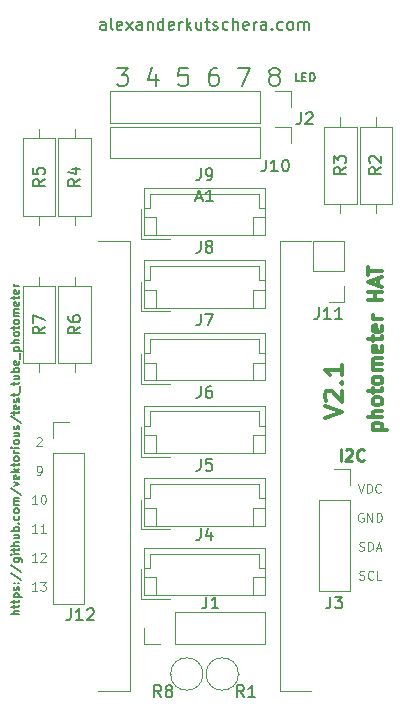
<source format=gbr>
G04 #@! TF.GenerationSoftware,KiCad,Pcbnew,(5.0.0-3-g5ebb6b6)*
G04 #@! TF.CreationDate,2019-03-28T22:34:17+01:00*
G04 #@! TF.ProjectId,tt_nano_HAT_b2,74745F6E616E6F5F4841545F62322E6B,rev?*
G04 #@! TF.SameCoordinates,Original*
G04 #@! TF.FileFunction,Legend,Top*
G04 #@! TF.FilePolarity,Positive*
%FSLAX46Y46*%
G04 Gerber Fmt 4.6, Leading zero omitted, Abs format (unit mm)*
G04 Created by KiCad (PCBNEW (5.0.0-3-g5ebb6b6)) date Thursday, 28. March 2019 um 22:34:17*
%MOMM*%
%LPD*%
G01*
G04 APERTURE LIST*
%ADD10C,0.300000*%
%ADD11C,0.175000*%
%ADD12C,0.100000*%
%ADD13C,0.200000*%
%ADD14C,0.250000*%
%ADD15C,0.120000*%
%ADD16C,0.150000*%
G04 APERTURE END LIST*
D10*
X160678571Y-67285714D02*
X162178571Y-66785714D01*
X160678571Y-66285714D01*
X160821428Y-65857142D02*
X160750000Y-65785714D01*
X160678571Y-65642857D01*
X160678571Y-65285714D01*
X160750000Y-65142857D01*
X160821428Y-65071428D01*
X160964285Y-65000000D01*
X161107142Y-65000000D01*
X161321428Y-65071428D01*
X162178571Y-65928571D01*
X162178571Y-65000000D01*
X162035714Y-64357142D02*
X162107142Y-64285714D01*
X162178571Y-64357142D01*
X162107142Y-64428571D01*
X162035714Y-64357142D01*
X162178571Y-64357142D01*
X162178571Y-62857142D02*
X162178571Y-63714285D01*
X162178571Y-63285714D02*
X160678571Y-63285714D01*
X160892857Y-63428571D01*
X161035714Y-63571428D01*
X161107142Y-63714285D01*
D11*
X158550000Y-38816666D02*
X158216666Y-38816666D01*
X158216666Y-38116666D01*
X158783333Y-38450000D02*
X159016666Y-38450000D01*
X159116666Y-38816666D02*
X158783333Y-38816666D01*
X158783333Y-38116666D01*
X159116666Y-38116666D01*
X159416666Y-38816666D02*
X159416666Y-38116666D01*
X159583333Y-38116666D01*
X159683333Y-38150000D01*
X159750000Y-38216666D01*
X159783333Y-38283333D01*
X159816666Y-38416666D01*
X159816666Y-38516666D01*
X159783333Y-38650000D01*
X159750000Y-38716666D01*
X159683333Y-38783333D01*
X159583333Y-38816666D01*
X159416666Y-38816666D01*
D12*
X136285714Y-69015714D02*
X136321428Y-68980000D01*
X136392857Y-68944285D01*
X136571428Y-68944285D01*
X136642857Y-68980000D01*
X136678571Y-69015714D01*
X136714285Y-69087142D01*
X136714285Y-69158571D01*
X136678571Y-69265714D01*
X136250000Y-69694285D01*
X136714285Y-69694285D01*
X136357142Y-72144285D02*
X136500000Y-72144285D01*
X136571428Y-72108571D01*
X136607142Y-72072857D01*
X136678571Y-71965714D01*
X136714285Y-71822857D01*
X136714285Y-71537142D01*
X136678571Y-71465714D01*
X136642857Y-71430000D01*
X136571428Y-71394285D01*
X136428571Y-71394285D01*
X136357142Y-71430000D01*
X136321428Y-71465714D01*
X136285714Y-71537142D01*
X136285714Y-71715714D01*
X136321428Y-71787142D01*
X136357142Y-71822857D01*
X136428571Y-71858571D01*
X136571428Y-71858571D01*
X136642857Y-71822857D01*
X136678571Y-71787142D01*
X136714285Y-71715714D01*
X136357142Y-74594285D02*
X135928571Y-74594285D01*
X136142857Y-74594285D02*
X136142857Y-73844285D01*
X136071428Y-73951428D01*
X136000000Y-74022857D01*
X135928571Y-74058571D01*
X136821428Y-73844285D02*
X136892857Y-73844285D01*
X136964285Y-73880000D01*
X137000000Y-73915714D01*
X137035714Y-73987142D01*
X137071428Y-74130000D01*
X137071428Y-74308571D01*
X137035714Y-74451428D01*
X137000000Y-74522857D01*
X136964285Y-74558571D01*
X136892857Y-74594285D01*
X136821428Y-74594285D01*
X136750000Y-74558571D01*
X136714285Y-74522857D01*
X136678571Y-74451428D01*
X136642857Y-74308571D01*
X136642857Y-74130000D01*
X136678571Y-73987142D01*
X136714285Y-73915714D01*
X136750000Y-73880000D01*
X136821428Y-73844285D01*
X136357142Y-77044285D02*
X135928571Y-77044285D01*
X136142857Y-77044285D02*
X136142857Y-76294285D01*
X136071428Y-76401428D01*
X136000000Y-76472857D01*
X135928571Y-76508571D01*
X137071428Y-77044285D02*
X136642857Y-77044285D01*
X136857142Y-77044285D02*
X136857142Y-76294285D01*
X136785714Y-76401428D01*
X136714285Y-76472857D01*
X136642857Y-76508571D01*
X136357142Y-79494285D02*
X135928571Y-79494285D01*
X136142857Y-79494285D02*
X136142857Y-78744285D01*
X136071428Y-78851428D01*
X136000000Y-78922857D01*
X135928571Y-78958571D01*
X136642857Y-78815714D02*
X136678571Y-78780000D01*
X136750000Y-78744285D01*
X136928571Y-78744285D01*
X137000000Y-78780000D01*
X137035714Y-78815714D01*
X137071428Y-78887142D01*
X137071428Y-78958571D01*
X137035714Y-79065714D01*
X136607142Y-79494285D01*
X137071428Y-79494285D01*
X136357142Y-81944285D02*
X135928571Y-81944285D01*
X136142857Y-81944285D02*
X136142857Y-81194285D01*
X136071428Y-81301428D01*
X136000000Y-81372857D01*
X135928571Y-81408571D01*
X136607142Y-81194285D02*
X137071428Y-81194285D01*
X136821428Y-81480000D01*
X136928571Y-81480000D01*
X137000000Y-81515714D01*
X137035714Y-81551428D01*
X137071428Y-81622857D01*
X137071428Y-81801428D01*
X137035714Y-81872857D01*
X137000000Y-81908571D01*
X136928571Y-81944285D01*
X136714285Y-81944285D01*
X136642857Y-81908571D01*
X136607142Y-81872857D01*
D11*
X134816666Y-83933333D02*
X134116666Y-83933333D01*
X134816666Y-83633333D02*
X134450000Y-83633333D01*
X134383333Y-83666666D01*
X134350000Y-83733333D01*
X134350000Y-83833333D01*
X134383333Y-83900000D01*
X134416666Y-83933333D01*
X134350000Y-83400000D02*
X134350000Y-83133333D01*
X134116666Y-83300000D02*
X134716666Y-83300000D01*
X134783333Y-83266666D01*
X134816666Y-83200000D01*
X134816666Y-83133333D01*
X134350000Y-83000000D02*
X134350000Y-82733333D01*
X134116666Y-82900000D02*
X134716666Y-82900000D01*
X134783333Y-82866666D01*
X134816666Y-82800000D01*
X134816666Y-82733333D01*
X134350000Y-82500000D02*
X135050000Y-82500000D01*
X134383333Y-82500000D02*
X134350000Y-82433333D01*
X134350000Y-82300000D01*
X134383333Y-82233333D01*
X134416666Y-82200000D01*
X134483333Y-82166666D01*
X134683333Y-82166666D01*
X134750000Y-82200000D01*
X134783333Y-82233333D01*
X134816666Y-82300000D01*
X134816666Y-82433333D01*
X134783333Y-82500000D01*
X134783333Y-81900000D02*
X134816666Y-81833333D01*
X134816666Y-81700000D01*
X134783333Y-81633333D01*
X134716666Y-81600000D01*
X134683333Y-81600000D01*
X134616666Y-81633333D01*
X134583333Y-81700000D01*
X134583333Y-81800000D01*
X134550000Y-81866666D01*
X134483333Y-81900000D01*
X134450000Y-81900000D01*
X134383333Y-81866666D01*
X134350000Y-81800000D01*
X134350000Y-81700000D01*
X134383333Y-81633333D01*
X134750000Y-81300000D02*
X134783333Y-81266666D01*
X134816666Y-81300000D01*
X134783333Y-81333333D01*
X134750000Y-81300000D01*
X134816666Y-81300000D01*
X134383333Y-81300000D02*
X134416666Y-81266666D01*
X134450000Y-81300000D01*
X134416666Y-81333333D01*
X134383333Y-81300000D01*
X134450000Y-81300000D01*
X134083333Y-80466666D02*
X134983333Y-81066666D01*
X134083333Y-79733333D02*
X134983333Y-80333333D01*
X134350000Y-79200000D02*
X134916666Y-79200000D01*
X134983333Y-79233333D01*
X135016666Y-79266666D01*
X135050000Y-79333333D01*
X135050000Y-79433333D01*
X135016666Y-79500000D01*
X134783333Y-79200000D02*
X134816666Y-79266666D01*
X134816666Y-79400000D01*
X134783333Y-79466666D01*
X134750000Y-79500000D01*
X134683333Y-79533333D01*
X134483333Y-79533333D01*
X134416666Y-79500000D01*
X134383333Y-79466666D01*
X134350000Y-79400000D01*
X134350000Y-79266666D01*
X134383333Y-79200000D01*
X134816666Y-78866666D02*
X134350000Y-78866666D01*
X134116666Y-78866666D02*
X134150000Y-78900000D01*
X134183333Y-78866666D01*
X134150000Y-78833333D01*
X134116666Y-78866666D01*
X134183333Y-78866666D01*
X134350000Y-78633333D02*
X134350000Y-78366666D01*
X134116666Y-78533333D02*
X134716666Y-78533333D01*
X134783333Y-78500000D01*
X134816666Y-78433333D01*
X134816666Y-78366666D01*
X134816666Y-78133333D02*
X134116666Y-78133333D01*
X134816666Y-77833333D02*
X134450000Y-77833333D01*
X134383333Y-77866666D01*
X134350000Y-77933333D01*
X134350000Y-78033333D01*
X134383333Y-78100000D01*
X134416666Y-78133333D01*
X134350000Y-77200000D02*
X134816666Y-77200000D01*
X134350000Y-77500000D02*
X134716666Y-77500000D01*
X134783333Y-77466666D01*
X134816666Y-77400000D01*
X134816666Y-77300000D01*
X134783333Y-77233333D01*
X134750000Y-77200000D01*
X134816666Y-76866666D02*
X134116666Y-76866666D01*
X134383333Y-76866666D02*
X134350000Y-76800000D01*
X134350000Y-76666666D01*
X134383333Y-76600000D01*
X134416666Y-76566666D01*
X134483333Y-76533333D01*
X134683333Y-76533333D01*
X134750000Y-76566666D01*
X134783333Y-76600000D01*
X134816666Y-76666666D01*
X134816666Y-76800000D01*
X134783333Y-76866666D01*
X134750000Y-76233333D02*
X134783333Y-76200000D01*
X134816666Y-76233333D01*
X134783333Y-76266666D01*
X134750000Y-76233333D01*
X134816666Y-76233333D01*
X134783333Y-75600000D02*
X134816666Y-75666666D01*
X134816666Y-75800000D01*
X134783333Y-75866666D01*
X134750000Y-75900000D01*
X134683333Y-75933333D01*
X134483333Y-75933333D01*
X134416666Y-75900000D01*
X134383333Y-75866666D01*
X134350000Y-75800000D01*
X134350000Y-75666666D01*
X134383333Y-75600000D01*
X134816666Y-75200000D02*
X134783333Y-75266666D01*
X134750000Y-75300000D01*
X134683333Y-75333333D01*
X134483333Y-75333333D01*
X134416666Y-75300000D01*
X134383333Y-75266666D01*
X134350000Y-75200000D01*
X134350000Y-75100000D01*
X134383333Y-75033333D01*
X134416666Y-75000000D01*
X134483333Y-74966666D01*
X134683333Y-74966666D01*
X134750000Y-75000000D01*
X134783333Y-75033333D01*
X134816666Y-75100000D01*
X134816666Y-75200000D01*
X134816666Y-74666666D02*
X134350000Y-74666666D01*
X134416666Y-74666666D02*
X134383333Y-74633333D01*
X134350000Y-74566666D01*
X134350000Y-74466666D01*
X134383333Y-74400000D01*
X134450000Y-74366666D01*
X134816666Y-74366666D01*
X134450000Y-74366666D02*
X134383333Y-74333333D01*
X134350000Y-74266666D01*
X134350000Y-74166666D01*
X134383333Y-74100000D01*
X134450000Y-74066666D01*
X134816666Y-74066666D01*
X134083333Y-73233333D02*
X134983333Y-73833333D01*
X134350000Y-73066666D02*
X134816666Y-72900000D01*
X134350000Y-72733333D01*
X134783333Y-72200000D02*
X134816666Y-72266666D01*
X134816666Y-72400000D01*
X134783333Y-72466666D01*
X134716666Y-72500000D01*
X134450000Y-72500000D01*
X134383333Y-72466666D01*
X134350000Y-72400000D01*
X134350000Y-72266666D01*
X134383333Y-72200000D01*
X134450000Y-72166666D01*
X134516666Y-72166666D01*
X134583333Y-72500000D01*
X134816666Y-71866666D02*
X134116666Y-71866666D01*
X134550000Y-71800000D02*
X134816666Y-71600000D01*
X134350000Y-71600000D02*
X134616666Y-71866666D01*
X134350000Y-71400000D02*
X134350000Y-71133333D01*
X134116666Y-71300000D02*
X134716666Y-71300000D01*
X134783333Y-71266666D01*
X134816666Y-71200000D01*
X134816666Y-71133333D01*
X134816666Y-70800000D02*
X134783333Y-70866666D01*
X134750000Y-70900000D01*
X134683333Y-70933333D01*
X134483333Y-70933333D01*
X134416666Y-70900000D01*
X134383333Y-70866666D01*
X134350000Y-70800000D01*
X134350000Y-70700000D01*
X134383333Y-70633333D01*
X134416666Y-70600000D01*
X134483333Y-70566666D01*
X134683333Y-70566666D01*
X134750000Y-70600000D01*
X134783333Y-70633333D01*
X134816666Y-70700000D01*
X134816666Y-70800000D01*
X134816666Y-70266666D02*
X134350000Y-70266666D01*
X134483333Y-70266666D02*
X134416666Y-70233333D01*
X134383333Y-70200000D01*
X134350000Y-70133333D01*
X134350000Y-70066666D01*
X134816666Y-69833333D02*
X134350000Y-69833333D01*
X134116666Y-69833333D02*
X134150000Y-69866666D01*
X134183333Y-69833333D01*
X134150000Y-69800000D01*
X134116666Y-69833333D01*
X134183333Y-69833333D01*
X134816666Y-69400000D02*
X134783333Y-69466666D01*
X134750000Y-69500000D01*
X134683333Y-69533333D01*
X134483333Y-69533333D01*
X134416666Y-69500000D01*
X134383333Y-69466666D01*
X134350000Y-69400000D01*
X134350000Y-69300000D01*
X134383333Y-69233333D01*
X134416666Y-69200000D01*
X134483333Y-69166666D01*
X134683333Y-69166666D01*
X134750000Y-69200000D01*
X134783333Y-69233333D01*
X134816666Y-69300000D01*
X134816666Y-69400000D01*
X134350000Y-68566666D02*
X134816666Y-68566666D01*
X134350000Y-68866666D02*
X134716666Y-68866666D01*
X134783333Y-68833333D01*
X134816666Y-68766666D01*
X134816666Y-68666666D01*
X134783333Y-68600000D01*
X134750000Y-68566666D01*
X134783333Y-68266666D02*
X134816666Y-68200000D01*
X134816666Y-68066666D01*
X134783333Y-68000000D01*
X134716666Y-67966666D01*
X134683333Y-67966666D01*
X134616666Y-68000000D01*
X134583333Y-68066666D01*
X134583333Y-68166666D01*
X134550000Y-68233333D01*
X134483333Y-68266666D01*
X134450000Y-68266666D01*
X134383333Y-68233333D01*
X134350000Y-68166666D01*
X134350000Y-68066666D01*
X134383333Y-68000000D01*
X134083333Y-67166666D02*
X134983333Y-67766666D01*
X134350000Y-67033333D02*
X134350000Y-66766666D01*
X134116666Y-66933333D02*
X134716666Y-66933333D01*
X134783333Y-66900000D01*
X134816666Y-66833333D01*
X134816666Y-66766666D01*
X134783333Y-66266666D02*
X134816666Y-66333333D01*
X134816666Y-66466666D01*
X134783333Y-66533333D01*
X134716666Y-66566666D01*
X134450000Y-66566666D01*
X134383333Y-66533333D01*
X134350000Y-66466666D01*
X134350000Y-66333333D01*
X134383333Y-66266666D01*
X134450000Y-66233333D01*
X134516666Y-66233333D01*
X134583333Y-66566666D01*
X134783333Y-65966666D02*
X134816666Y-65900000D01*
X134816666Y-65766666D01*
X134783333Y-65700000D01*
X134716666Y-65666666D01*
X134683333Y-65666666D01*
X134616666Y-65700000D01*
X134583333Y-65766666D01*
X134583333Y-65866666D01*
X134550000Y-65933333D01*
X134483333Y-65966666D01*
X134450000Y-65966666D01*
X134383333Y-65933333D01*
X134350000Y-65866666D01*
X134350000Y-65766666D01*
X134383333Y-65700000D01*
X134350000Y-65466666D02*
X134350000Y-65200000D01*
X134116666Y-65366666D02*
X134716666Y-65366666D01*
X134783333Y-65333333D01*
X134816666Y-65266666D01*
X134816666Y-65200000D01*
X134883333Y-65133333D02*
X134883333Y-64600000D01*
X134350000Y-64533333D02*
X134350000Y-64266666D01*
X134116666Y-64433333D02*
X134716666Y-64433333D01*
X134783333Y-64400000D01*
X134816666Y-64333333D01*
X134816666Y-64266666D01*
X134350000Y-63733333D02*
X134816666Y-63733333D01*
X134350000Y-64033333D02*
X134716666Y-64033333D01*
X134783333Y-64000000D01*
X134816666Y-63933333D01*
X134816666Y-63833333D01*
X134783333Y-63766666D01*
X134750000Y-63733333D01*
X134816666Y-63400000D02*
X134116666Y-63400000D01*
X134383333Y-63400000D02*
X134350000Y-63333333D01*
X134350000Y-63200000D01*
X134383333Y-63133333D01*
X134416666Y-63100000D01*
X134483333Y-63066666D01*
X134683333Y-63066666D01*
X134750000Y-63100000D01*
X134783333Y-63133333D01*
X134816666Y-63200000D01*
X134816666Y-63333333D01*
X134783333Y-63400000D01*
X134783333Y-62500000D02*
X134816666Y-62566666D01*
X134816666Y-62700000D01*
X134783333Y-62766666D01*
X134716666Y-62800000D01*
X134450000Y-62800000D01*
X134383333Y-62766666D01*
X134350000Y-62700000D01*
X134350000Y-62566666D01*
X134383333Y-62500000D01*
X134450000Y-62466666D01*
X134516666Y-62466666D01*
X134583333Y-62800000D01*
X134883333Y-62333333D02*
X134883333Y-61800000D01*
X134350000Y-61633333D02*
X135050000Y-61633333D01*
X134383333Y-61633333D02*
X134350000Y-61566666D01*
X134350000Y-61433333D01*
X134383333Y-61366666D01*
X134416666Y-61333333D01*
X134483333Y-61300000D01*
X134683333Y-61300000D01*
X134750000Y-61333333D01*
X134783333Y-61366666D01*
X134816666Y-61433333D01*
X134816666Y-61566666D01*
X134783333Y-61633333D01*
X134816666Y-61000000D02*
X134116666Y-61000000D01*
X134816666Y-60700000D02*
X134450000Y-60700000D01*
X134383333Y-60733333D01*
X134350000Y-60800000D01*
X134350000Y-60900000D01*
X134383333Y-60966666D01*
X134416666Y-61000000D01*
X134816666Y-60266666D02*
X134783333Y-60333333D01*
X134750000Y-60366666D01*
X134683333Y-60400000D01*
X134483333Y-60400000D01*
X134416666Y-60366666D01*
X134383333Y-60333333D01*
X134350000Y-60266666D01*
X134350000Y-60166666D01*
X134383333Y-60100000D01*
X134416666Y-60066666D01*
X134483333Y-60033333D01*
X134683333Y-60033333D01*
X134750000Y-60066666D01*
X134783333Y-60100000D01*
X134816666Y-60166666D01*
X134816666Y-60266666D01*
X134350000Y-59833333D02*
X134350000Y-59566666D01*
X134116666Y-59733333D02*
X134716666Y-59733333D01*
X134783333Y-59700000D01*
X134816666Y-59633333D01*
X134816666Y-59566666D01*
X134816666Y-59233333D02*
X134783333Y-59300000D01*
X134750000Y-59333333D01*
X134683333Y-59366666D01*
X134483333Y-59366666D01*
X134416666Y-59333333D01*
X134383333Y-59300000D01*
X134350000Y-59233333D01*
X134350000Y-59133333D01*
X134383333Y-59066666D01*
X134416666Y-59033333D01*
X134483333Y-59000000D01*
X134683333Y-59000000D01*
X134750000Y-59033333D01*
X134783333Y-59066666D01*
X134816666Y-59133333D01*
X134816666Y-59233333D01*
X134816666Y-58700000D02*
X134350000Y-58700000D01*
X134416666Y-58700000D02*
X134383333Y-58666666D01*
X134350000Y-58600000D01*
X134350000Y-58500000D01*
X134383333Y-58433333D01*
X134450000Y-58400000D01*
X134816666Y-58400000D01*
X134450000Y-58400000D02*
X134383333Y-58366666D01*
X134350000Y-58300000D01*
X134350000Y-58200000D01*
X134383333Y-58133333D01*
X134450000Y-58100000D01*
X134816666Y-58100000D01*
X134783333Y-57500000D02*
X134816666Y-57566666D01*
X134816666Y-57700000D01*
X134783333Y-57766666D01*
X134716666Y-57800000D01*
X134450000Y-57800000D01*
X134383333Y-57766666D01*
X134350000Y-57700000D01*
X134350000Y-57566666D01*
X134383333Y-57500000D01*
X134450000Y-57466666D01*
X134516666Y-57466666D01*
X134583333Y-57800000D01*
X134350000Y-57266666D02*
X134350000Y-57000000D01*
X134116666Y-57166666D02*
X134716666Y-57166666D01*
X134783333Y-57133333D01*
X134816666Y-57066666D01*
X134816666Y-57000000D01*
X134783333Y-56500000D02*
X134816666Y-56566666D01*
X134816666Y-56700000D01*
X134783333Y-56766666D01*
X134716666Y-56800000D01*
X134450000Y-56800000D01*
X134383333Y-56766666D01*
X134350000Y-56700000D01*
X134350000Y-56566666D01*
X134383333Y-56500000D01*
X134450000Y-56466666D01*
X134516666Y-56466666D01*
X134583333Y-56800000D01*
X134816666Y-56166666D02*
X134350000Y-56166666D01*
X134483333Y-56166666D02*
X134416666Y-56133333D01*
X134383333Y-56100000D01*
X134350000Y-56033333D01*
X134350000Y-55966666D01*
D13*
X143071428Y-37678571D02*
X144000000Y-37678571D01*
X143500000Y-38250000D01*
X143714285Y-38250000D01*
X143857142Y-38321428D01*
X143928571Y-38392857D01*
X144000000Y-38535714D01*
X144000000Y-38892857D01*
X143928571Y-39035714D01*
X143857142Y-39107142D01*
X143714285Y-39178571D01*
X143285714Y-39178571D01*
X143142857Y-39107142D01*
X143071428Y-39035714D01*
X146428571Y-38178571D02*
X146428571Y-39178571D01*
X146071428Y-37607142D02*
X145714285Y-38678571D01*
X146642857Y-38678571D01*
X149071428Y-37678571D02*
X148357142Y-37678571D01*
X148285714Y-38392857D01*
X148357142Y-38321428D01*
X148500000Y-38250000D01*
X148857142Y-38250000D01*
X149000000Y-38321428D01*
X149071428Y-38392857D01*
X149142857Y-38535714D01*
X149142857Y-38892857D01*
X149071428Y-39035714D01*
X149000000Y-39107142D01*
X148857142Y-39178571D01*
X148500000Y-39178571D01*
X148357142Y-39107142D01*
X148285714Y-39035714D01*
X151571428Y-37678571D02*
X151285714Y-37678571D01*
X151142857Y-37750000D01*
X151071428Y-37821428D01*
X150928571Y-38035714D01*
X150857142Y-38321428D01*
X150857142Y-38892857D01*
X150928571Y-39035714D01*
X151000000Y-39107142D01*
X151142857Y-39178571D01*
X151428571Y-39178571D01*
X151571428Y-39107142D01*
X151642857Y-39035714D01*
X151714285Y-38892857D01*
X151714285Y-38535714D01*
X151642857Y-38392857D01*
X151571428Y-38321428D01*
X151428571Y-38250000D01*
X151142857Y-38250000D01*
X151000000Y-38321428D01*
X150928571Y-38392857D01*
X150857142Y-38535714D01*
X153357142Y-37678571D02*
X154357142Y-37678571D01*
X153714285Y-39178571D01*
X156285714Y-38321428D02*
X156142857Y-38250000D01*
X156071428Y-38178571D01*
X156000000Y-38035714D01*
X156000000Y-37964285D01*
X156071428Y-37821428D01*
X156142857Y-37750000D01*
X156285714Y-37678571D01*
X156571428Y-37678571D01*
X156714285Y-37750000D01*
X156785714Y-37821428D01*
X156857142Y-37964285D01*
X156857142Y-38035714D01*
X156785714Y-38178571D01*
X156714285Y-38250000D01*
X156571428Y-38321428D01*
X156285714Y-38321428D01*
X156142857Y-38392857D01*
X156071428Y-38464285D01*
X156000000Y-38607142D01*
X156000000Y-38892857D01*
X156071428Y-39035714D01*
X156142857Y-39107142D01*
X156285714Y-39178571D01*
X156571428Y-39178571D01*
X156714285Y-39107142D01*
X156785714Y-39035714D01*
X156857142Y-38892857D01*
X156857142Y-38607142D01*
X156785714Y-38464285D01*
X156714285Y-38392857D01*
X156571428Y-38321428D01*
D10*
X164742857Y-68328571D02*
X165942857Y-68328571D01*
X164800000Y-68328571D02*
X164742857Y-68214285D01*
X164742857Y-67985714D01*
X164800000Y-67871428D01*
X164857142Y-67814285D01*
X164971428Y-67757142D01*
X165314285Y-67757142D01*
X165428571Y-67814285D01*
X165485714Y-67871428D01*
X165542857Y-67985714D01*
X165542857Y-68214285D01*
X165485714Y-68328571D01*
X165542857Y-67242857D02*
X164342857Y-67242857D01*
X165542857Y-66728571D02*
X164914285Y-66728571D01*
X164800000Y-66785714D01*
X164742857Y-66900000D01*
X164742857Y-67071428D01*
X164800000Y-67185714D01*
X164857142Y-67242857D01*
X165542857Y-65985714D02*
X165485714Y-66100000D01*
X165428571Y-66157142D01*
X165314285Y-66214285D01*
X164971428Y-66214285D01*
X164857142Y-66157142D01*
X164800000Y-66100000D01*
X164742857Y-65985714D01*
X164742857Y-65814285D01*
X164800000Y-65700000D01*
X164857142Y-65642857D01*
X164971428Y-65585714D01*
X165314285Y-65585714D01*
X165428571Y-65642857D01*
X165485714Y-65700000D01*
X165542857Y-65814285D01*
X165542857Y-65985714D01*
X164742857Y-65242857D02*
X164742857Y-64785714D01*
X164342857Y-65071428D02*
X165371428Y-65071428D01*
X165485714Y-65014285D01*
X165542857Y-64900000D01*
X165542857Y-64785714D01*
X165542857Y-64214285D02*
X165485714Y-64328571D01*
X165428571Y-64385714D01*
X165314285Y-64442857D01*
X164971428Y-64442857D01*
X164857142Y-64385714D01*
X164800000Y-64328571D01*
X164742857Y-64214285D01*
X164742857Y-64042857D01*
X164800000Y-63928571D01*
X164857142Y-63871428D01*
X164971428Y-63814285D01*
X165314285Y-63814285D01*
X165428571Y-63871428D01*
X165485714Y-63928571D01*
X165542857Y-64042857D01*
X165542857Y-64214285D01*
X165542857Y-63300000D02*
X164742857Y-63300000D01*
X164857142Y-63300000D02*
X164800000Y-63242857D01*
X164742857Y-63128571D01*
X164742857Y-62957142D01*
X164800000Y-62842857D01*
X164914285Y-62785714D01*
X165542857Y-62785714D01*
X164914285Y-62785714D02*
X164800000Y-62728571D01*
X164742857Y-62614285D01*
X164742857Y-62442857D01*
X164800000Y-62328571D01*
X164914285Y-62271428D01*
X165542857Y-62271428D01*
X165485714Y-61242857D02*
X165542857Y-61357142D01*
X165542857Y-61585714D01*
X165485714Y-61700000D01*
X165371428Y-61757142D01*
X164914285Y-61757142D01*
X164800000Y-61700000D01*
X164742857Y-61585714D01*
X164742857Y-61357142D01*
X164800000Y-61242857D01*
X164914285Y-61185714D01*
X165028571Y-61185714D01*
X165142857Y-61757142D01*
X164742857Y-60842857D02*
X164742857Y-60385714D01*
X164342857Y-60671428D02*
X165371428Y-60671428D01*
X165485714Y-60614285D01*
X165542857Y-60500000D01*
X165542857Y-60385714D01*
X165485714Y-59528571D02*
X165542857Y-59642857D01*
X165542857Y-59871428D01*
X165485714Y-59985714D01*
X165371428Y-60042857D01*
X164914285Y-60042857D01*
X164800000Y-59985714D01*
X164742857Y-59871428D01*
X164742857Y-59642857D01*
X164800000Y-59528571D01*
X164914285Y-59471428D01*
X165028571Y-59471428D01*
X165142857Y-60042857D01*
X165542857Y-58957142D02*
X164742857Y-58957142D01*
X164971428Y-58957142D02*
X164857142Y-58900000D01*
X164800000Y-58842857D01*
X164742857Y-58728571D01*
X164742857Y-58614285D01*
X165542857Y-57300000D02*
X164342857Y-57300000D01*
X164914285Y-57300000D02*
X164914285Y-56614285D01*
X165542857Y-56614285D02*
X164342857Y-56614285D01*
X165200000Y-56100000D02*
X165200000Y-55528571D01*
X165542857Y-56214285D02*
X164342857Y-55814285D01*
X165542857Y-55414285D01*
X164342857Y-55185714D02*
X164342857Y-54500000D01*
X165542857Y-54842857D02*
X164342857Y-54842857D01*
D13*
X142119047Y-34452380D02*
X142119047Y-33928571D01*
X142071428Y-33833333D01*
X141976190Y-33785714D01*
X141785714Y-33785714D01*
X141690476Y-33833333D01*
X142119047Y-34404761D02*
X142023809Y-34452380D01*
X141785714Y-34452380D01*
X141690476Y-34404761D01*
X141642857Y-34309523D01*
X141642857Y-34214285D01*
X141690476Y-34119047D01*
X141785714Y-34071428D01*
X142023809Y-34071428D01*
X142119047Y-34023809D01*
X142738095Y-34452380D02*
X142642857Y-34404761D01*
X142595238Y-34309523D01*
X142595238Y-33452380D01*
X143500000Y-34404761D02*
X143404761Y-34452380D01*
X143214285Y-34452380D01*
X143119047Y-34404761D01*
X143071428Y-34309523D01*
X143071428Y-33928571D01*
X143119047Y-33833333D01*
X143214285Y-33785714D01*
X143404761Y-33785714D01*
X143500000Y-33833333D01*
X143547619Y-33928571D01*
X143547619Y-34023809D01*
X143071428Y-34119047D01*
X143880952Y-34452380D02*
X144404761Y-33785714D01*
X143880952Y-33785714D02*
X144404761Y-34452380D01*
X145214285Y-34452380D02*
X145214285Y-33928571D01*
X145166666Y-33833333D01*
X145071428Y-33785714D01*
X144880952Y-33785714D01*
X144785714Y-33833333D01*
X145214285Y-34404761D02*
X145119047Y-34452380D01*
X144880952Y-34452380D01*
X144785714Y-34404761D01*
X144738095Y-34309523D01*
X144738095Y-34214285D01*
X144785714Y-34119047D01*
X144880952Y-34071428D01*
X145119047Y-34071428D01*
X145214285Y-34023809D01*
X145690476Y-33785714D02*
X145690476Y-34452380D01*
X145690476Y-33880952D02*
X145738095Y-33833333D01*
X145833333Y-33785714D01*
X145976190Y-33785714D01*
X146071428Y-33833333D01*
X146119047Y-33928571D01*
X146119047Y-34452380D01*
X147023809Y-34452380D02*
X147023809Y-33452380D01*
X147023809Y-34404761D02*
X146928571Y-34452380D01*
X146738095Y-34452380D01*
X146642857Y-34404761D01*
X146595238Y-34357142D01*
X146547619Y-34261904D01*
X146547619Y-33976190D01*
X146595238Y-33880952D01*
X146642857Y-33833333D01*
X146738095Y-33785714D01*
X146928571Y-33785714D01*
X147023809Y-33833333D01*
X147880952Y-34404761D02*
X147785714Y-34452380D01*
X147595238Y-34452380D01*
X147500000Y-34404761D01*
X147452380Y-34309523D01*
X147452380Y-33928571D01*
X147500000Y-33833333D01*
X147595238Y-33785714D01*
X147785714Y-33785714D01*
X147880952Y-33833333D01*
X147928571Y-33928571D01*
X147928571Y-34023809D01*
X147452380Y-34119047D01*
X148357142Y-34452380D02*
X148357142Y-33785714D01*
X148357142Y-33976190D02*
X148404761Y-33880952D01*
X148452380Y-33833333D01*
X148547619Y-33785714D01*
X148642857Y-33785714D01*
X148976190Y-34452380D02*
X148976190Y-33452380D01*
X149071428Y-34071428D02*
X149357142Y-34452380D01*
X149357142Y-33785714D02*
X148976190Y-34166666D01*
X150214285Y-33785714D02*
X150214285Y-34452380D01*
X149785714Y-33785714D02*
X149785714Y-34309523D01*
X149833333Y-34404761D01*
X149928571Y-34452380D01*
X150071428Y-34452380D01*
X150166666Y-34404761D01*
X150214285Y-34357142D01*
X150547619Y-33785714D02*
X150928571Y-33785714D01*
X150690476Y-33452380D02*
X150690476Y-34309523D01*
X150738095Y-34404761D01*
X150833333Y-34452380D01*
X150928571Y-34452380D01*
X151214285Y-34404761D02*
X151309523Y-34452380D01*
X151500000Y-34452380D01*
X151595238Y-34404761D01*
X151642857Y-34309523D01*
X151642857Y-34261904D01*
X151595238Y-34166666D01*
X151500000Y-34119047D01*
X151357142Y-34119047D01*
X151261904Y-34071428D01*
X151214285Y-33976190D01*
X151214285Y-33928571D01*
X151261904Y-33833333D01*
X151357142Y-33785714D01*
X151500000Y-33785714D01*
X151595238Y-33833333D01*
X152500000Y-34404761D02*
X152404761Y-34452380D01*
X152214285Y-34452380D01*
X152119047Y-34404761D01*
X152071428Y-34357142D01*
X152023809Y-34261904D01*
X152023809Y-33976190D01*
X152071428Y-33880952D01*
X152119047Y-33833333D01*
X152214285Y-33785714D01*
X152404761Y-33785714D01*
X152500000Y-33833333D01*
X152928571Y-34452380D02*
X152928571Y-33452380D01*
X153357142Y-34452380D02*
X153357142Y-33928571D01*
X153309523Y-33833333D01*
X153214285Y-33785714D01*
X153071428Y-33785714D01*
X152976190Y-33833333D01*
X152928571Y-33880952D01*
X154214285Y-34404761D02*
X154119047Y-34452380D01*
X153928571Y-34452380D01*
X153833333Y-34404761D01*
X153785714Y-34309523D01*
X153785714Y-33928571D01*
X153833333Y-33833333D01*
X153928571Y-33785714D01*
X154119047Y-33785714D01*
X154214285Y-33833333D01*
X154261904Y-33928571D01*
X154261904Y-34023809D01*
X153785714Y-34119047D01*
X154690476Y-34452380D02*
X154690476Y-33785714D01*
X154690476Y-33976190D02*
X154738095Y-33880952D01*
X154785714Y-33833333D01*
X154880952Y-33785714D01*
X154976190Y-33785714D01*
X155738095Y-34452380D02*
X155738095Y-33928571D01*
X155690476Y-33833333D01*
X155595238Y-33785714D01*
X155404761Y-33785714D01*
X155309523Y-33833333D01*
X155738095Y-34404761D02*
X155642857Y-34452380D01*
X155404761Y-34452380D01*
X155309523Y-34404761D01*
X155261904Y-34309523D01*
X155261904Y-34214285D01*
X155309523Y-34119047D01*
X155404761Y-34071428D01*
X155642857Y-34071428D01*
X155738095Y-34023809D01*
X156214285Y-34357142D02*
X156261904Y-34404761D01*
X156214285Y-34452380D01*
X156166666Y-34404761D01*
X156214285Y-34357142D01*
X156214285Y-34452380D01*
X157119047Y-34404761D02*
X157023809Y-34452380D01*
X156833333Y-34452380D01*
X156738095Y-34404761D01*
X156690476Y-34357142D01*
X156642857Y-34261904D01*
X156642857Y-33976190D01*
X156690476Y-33880952D01*
X156738095Y-33833333D01*
X156833333Y-33785714D01*
X157023809Y-33785714D01*
X157119047Y-33833333D01*
X157690476Y-34452380D02*
X157595238Y-34404761D01*
X157547619Y-34357142D01*
X157500000Y-34261904D01*
X157500000Y-33976190D01*
X157547619Y-33880952D01*
X157595238Y-33833333D01*
X157690476Y-33785714D01*
X157833333Y-33785714D01*
X157928571Y-33833333D01*
X157976190Y-33880952D01*
X158023809Y-33976190D01*
X158023809Y-34261904D01*
X157976190Y-34357142D01*
X157928571Y-34404761D01*
X157833333Y-34452380D01*
X157690476Y-34452380D01*
X158452380Y-34452380D02*
X158452380Y-33785714D01*
X158452380Y-33880952D02*
X158500000Y-33833333D01*
X158595238Y-33785714D01*
X158738095Y-33785714D01*
X158833333Y-33833333D01*
X158880952Y-33928571D01*
X158880952Y-34452380D01*
X158880952Y-33928571D02*
X158928571Y-33833333D01*
X159023809Y-33785714D01*
X159166666Y-33785714D01*
X159261904Y-33833333D01*
X159309523Y-33928571D01*
X159309523Y-34452380D01*
D12*
X163500000Y-72914285D02*
X163750000Y-73664285D01*
X164000000Y-72914285D01*
X164250000Y-73664285D02*
X164250000Y-72914285D01*
X164428571Y-72914285D01*
X164535714Y-72950000D01*
X164607142Y-73021428D01*
X164642857Y-73092857D01*
X164678571Y-73235714D01*
X164678571Y-73342857D01*
X164642857Y-73485714D01*
X164607142Y-73557142D01*
X164535714Y-73628571D01*
X164428571Y-73664285D01*
X164250000Y-73664285D01*
X165428571Y-73592857D02*
X165392857Y-73628571D01*
X165285714Y-73664285D01*
X165214285Y-73664285D01*
X165107142Y-73628571D01*
X165035714Y-73557142D01*
X165000000Y-73485714D01*
X164964285Y-73342857D01*
X164964285Y-73235714D01*
X165000000Y-73092857D01*
X165035714Y-73021428D01*
X165107142Y-72950000D01*
X165214285Y-72914285D01*
X165285714Y-72914285D01*
X165392857Y-72950000D01*
X165428571Y-72985714D01*
X163928571Y-75400000D02*
X163857142Y-75364285D01*
X163750000Y-75364285D01*
X163642857Y-75400000D01*
X163571428Y-75471428D01*
X163535714Y-75542857D01*
X163500000Y-75685714D01*
X163500000Y-75792857D01*
X163535714Y-75935714D01*
X163571428Y-76007142D01*
X163642857Y-76078571D01*
X163750000Y-76114285D01*
X163821428Y-76114285D01*
X163928571Y-76078571D01*
X163964285Y-76042857D01*
X163964285Y-75792857D01*
X163821428Y-75792857D01*
X164285714Y-76114285D02*
X164285714Y-75364285D01*
X164714285Y-76114285D01*
X164714285Y-75364285D01*
X165071428Y-76114285D02*
X165071428Y-75364285D01*
X165250000Y-75364285D01*
X165357142Y-75400000D01*
X165428571Y-75471428D01*
X165464285Y-75542857D01*
X165500000Y-75685714D01*
X165500000Y-75792857D01*
X165464285Y-75935714D01*
X165428571Y-76007142D01*
X165357142Y-76078571D01*
X165250000Y-76114285D01*
X165071428Y-76114285D01*
X163589285Y-78528571D02*
X163696428Y-78564285D01*
X163875000Y-78564285D01*
X163946428Y-78528571D01*
X163982142Y-78492857D01*
X164017857Y-78421428D01*
X164017857Y-78350000D01*
X163982142Y-78278571D01*
X163946428Y-78242857D01*
X163875000Y-78207142D01*
X163732142Y-78171428D01*
X163660714Y-78135714D01*
X163625000Y-78100000D01*
X163589285Y-78028571D01*
X163589285Y-77957142D01*
X163625000Y-77885714D01*
X163660714Y-77850000D01*
X163732142Y-77814285D01*
X163910714Y-77814285D01*
X164017857Y-77850000D01*
X164339285Y-78564285D02*
X164339285Y-77814285D01*
X164517857Y-77814285D01*
X164625000Y-77850000D01*
X164696428Y-77921428D01*
X164732142Y-77992857D01*
X164767857Y-78135714D01*
X164767857Y-78242857D01*
X164732142Y-78385714D01*
X164696428Y-78457142D01*
X164625000Y-78528571D01*
X164517857Y-78564285D01*
X164339285Y-78564285D01*
X165053571Y-78350000D02*
X165410714Y-78350000D01*
X164982142Y-78564285D02*
X165232142Y-77814285D01*
X165482142Y-78564285D01*
X163607142Y-80978571D02*
X163714285Y-81014285D01*
X163892857Y-81014285D01*
X163964285Y-80978571D01*
X164000000Y-80942857D01*
X164035714Y-80871428D01*
X164035714Y-80800000D01*
X164000000Y-80728571D01*
X163964285Y-80692857D01*
X163892857Y-80657142D01*
X163750000Y-80621428D01*
X163678571Y-80585714D01*
X163642857Y-80550000D01*
X163607142Y-80478571D01*
X163607142Y-80407142D01*
X163642857Y-80335714D01*
X163678571Y-80300000D01*
X163750000Y-80264285D01*
X163928571Y-80264285D01*
X164035714Y-80300000D01*
X164785714Y-80942857D02*
X164750000Y-80978571D01*
X164642857Y-81014285D01*
X164571428Y-81014285D01*
X164464285Y-80978571D01*
X164392857Y-80907142D01*
X164357142Y-80835714D01*
X164321428Y-80692857D01*
X164321428Y-80585714D01*
X164357142Y-80442857D01*
X164392857Y-80371428D01*
X164464285Y-80300000D01*
X164571428Y-80264285D01*
X164642857Y-80264285D01*
X164750000Y-80300000D01*
X164785714Y-80335714D01*
X165464285Y-81014285D02*
X165107142Y-81014285D01*
X165107142Y-80264285D01*
D14*
X162023809Y-70952380D02*
X162023809Y-69952380D01*
X162452380Y-70047619D02*
X162500000Y-70000000D01*
X162595238Y-69952380D01*
X162833333Y-69952380D01*
X162928571Y-70000000D01*
X162976190Y-70047619D01*
X163023809Y-70142857D01*
X163023809Y-70238095D01*
X162976190Y-70380952D01*
X162404761Y-70952380D01*
X163023809Y-70952380D01*
X164023809Y-70857142D02*
X163976190Y-70904761D01*
X163833333Y-70952380D01*
X163738095Y-70952380D01*
X163595238Y-70904761D01*
X163500000Y-70809523D01*
X163452380Y-70714285D01*
X163404761Y-70523809D01*
X163404761Y-70380952D01*
X163452380Y-70190476D01*
X163500000Y-70095238D01*
X163595238Y-70000000D01*
X163738095Y-69952380D01*
X163833333Y-69952380D01*
X163976190Y-70000000D01*
X164023809Y-70047619D01*
D15*
G04 #@! TO.C,A1*
X144160000Y-90445001D02*
X141490000Y-90445001D01*
X144160000Y-54885001D02*
X144160000Y-90445001D01*
X156860000Y-90445001D02*
X159530000Y-90445001D01*
X156860000Y-52345001D02*
X156860000Y-90445001D01*
X156860000Y-52345001D02*
X159530000Y-52345001D01*
X144160000Y-52345001D02*
X141490000Y-52345001D01*
X144160000Y-54885001D02*
X144160000Y-52345001D01*
G04 #@! TO.C,J7*
X145090000Y-64440000D02*
X147590000Y-64440000D01*
X145090000Y-61940000D02*
X145090000Y-64440000D01*
X154610000Y-62640000D02*
X154610000Y-64140000D01*
X155610000Y-62640000D02*
X154610000Y-62640000D01*
X146390000Y-62640000D02*
X146390000Y-64140000D01*
X145390000Y-62640000D02*
X146390000Y-62640000D01*
X155110000Y-61830000D02*
X155610000Y-61830000D01*
X155110000Y-60620000D02*
X155110000Y-61830000D01*
X145890000Y-60620000D02*
X155110000Y-60620000D01*
X145890000Y-61830000D02*
X145890000Y-60620000D01*
X145390000Y-61830000D02*
X145890000Y-61830000D01*
X155610000Y-60120000D02*
X145390000Y-60120000D01*
X155610000Y-64140000D02*
X155610000Y-60120000D01*
X145390000Y-64140000D02*
X155610000Y-64140000D01*
X145390000Y-60120000D02*
X145390000Y-64140000D01*
G04 #@! TO.C,J3*
X160170000Y-74270000D02*
X162830000Y-74270000D01*
X160170000Y-74270000D02*
X160170000Y-81950000D01*
X160170000Y-81950000D02*
X162830000Y-81950000D01*
X162830000Y-74270000D02*
X162830000Y-81950000D01*
X162830000Y-71670000D02*
X162830000Y-73000000D01*
X161500000Y-71670000D02*
X162830000Y-71670000D01*
G04 #@! TO.C,J4*
X145390000Y-78300000D02*
X145390000Y-82320000D01*
X145390000Y-82320000D02*
X155610000Y-82320000D01*
X155610000Y-82320000D02*
X155610000Y-78300000D01*
X155610000Y-78300000D02*
X145390000Y-78300000D01*
X145390000Y-80010000D02*
X145890000Y-80010000D01*
X145890000Y-80010000D02*
X145890000Y-78800000D01*
X145890000Y-78800000D02*
X155110000Y-78800000D01*
X155110000Y-78800000D02*
X155110000Y-80010000D01*
X155110000Y-80010000D02*
X155610000Y-80010000D01*
X145390000Y-80820000D02*
X146390000Y-80820000D01*
X146390000Y-80820000D02*
X146390000Y-82320000D01*
X155610000Y-80820000D02*
X154610000Y-80820000D01*
X154610000Y-80820000D02*
X154610000Y-82320000D01*
X145090000Y-80120000D02*
X145090000Y-82620000D01*
X145090000Y-82620000D02*
X147590000Y-82620000D01*
G04 #@! TO.C,J5*
X145090000Y-76740000D02*
X147590000Y-76740000D01*
X145090000Y-74240000D02*
X145090000Y-76740000D01*
X154610000Y-74940000D02*
X154610000Y-76440000D01*
X155610000Y-74940000D02*
X154610000Y-74940000D01*
X146390000Y-74940000D02*
X146390000Y-76440000D01*
X145390000Y-74940000D02*
X146390000Y-74940000D01*
X155110000Y-74130000D02*
X155610000Y-74130000D01*
X155110000Y-72920000D02*
X155110000Y-74130000D01*
X145890000Y-72920000D02*
X155110000Y-72920000D01*
X145890000Y-74130000D02*
X145890000Y-72920000D01*
X145390000Y-74130000D02*
X145890000Y-74130000D01*
X155610000Y-72420000D02*
X145390000Y-72420000D01*
X155610000Y-76440000D02*
X155610000Y-72420000D01*
X145390000Y-76440000D02*
X155610000Y-76440000D01*
X145390000Y-72420000D02*
X145390000Y-76440000D01*
G04 #@! TO.C,J6*
X145390000Y-66270000D02*
X145390000Y-70290000D01*
X145390000Y-70290000D02*
X155610000Y-70290000D01*
X155610000Y-70290000D02*
X155610000Y-66270000D01*
X155610000Y-66270000D02*
X145390000Y-66270000D01*
X145390000Y-67980000D02*
X145890000Y-67980000D01*
X145890000Y-67980000D02*
X145890000Y-66770000D01*
X145890000Y-66770000D02*
X155110000Y-66770000D01*
X155110000Y-66770000D02*
X155110000Y-67980000D01*
X155110000Y-67980000D02*
X155610000Y-67980000D01*
X145390000Y-68790000D02*
X146390000Y-68790000D01*
X146390000Y-68790000D02*
X146390000Y-70290000D01*
X155610000Y-68790000D02*
X154610000Y-68790000D01*
X154610000Y-68790000D02*
X154610000Y-70290000D01*
X145090000Y-68090000D02*
X145090000Y-70590000D01*
X145090000Y-70590000D02*
X147590000Y-70590000D01*
G04 #@! TO.C,J8*
X145390000Y-53970000D02*
X145390000Y-57990000D01*
X145390000Y-57990000D02*
X155610000Y-57990000D01*
X155610000Y-57990000D02*
X155610000Y-53970000D01*
X155610000Y-53970000D02*
X145390000Y-53970000D01*
X145390000Y-55680000D02*
X145890000Y-55680000D01*
X145890000Y-55680000D02*
X145890000Y-54470000D01*
X145890000Y-54470000D02*
X155110000Y-54470000D01*
X155110000Y-54470000D02*
X155110000Y-55680000D01*
X155110000Y-55680000D02*
X155610000Y-55680000D01*
X145390000Y-56490000D02*
X146390000Y-56490000D01*
X146390000Y-56490000D02*
X146390000Y-57990000D01*
X155610000Y-56490000D02*
X154610000Y-56490000D01*
X154610000Y-56490000D02*
X154610000Y-57990000D01*
X145090000Y-55790000D02*
X145090000Y-58290000D01*
X145090000Y-58290000D02*
X147590000Y-58290000D01*
G04 #@! TO.C,J9*
X145090000Y-52140000D02*
X147590000Y-52140000D01*
X145090000Y-49640000D02*
X145090000Y-52140000D01*
X154610000Y-50340000D02*
X154610000Y-51840000D01*
X155610000Y-50340000D02*
X154610000Y-50340000D01*
X146390000Y-50340000D02*
X146390000Y-51840000D01*
X145390000Y-50340000D02*
X146390000Y-50340000D01*
X155110000Y-49530000D02*
X155610000Y-49530000D01*
X155110000Y-48320000D02*
X155110000Y-49530000D01*
X145890000Y-48320000D02*
X155110000Y-48320000D01*
X145890000Y-49530000D02*
X145890000Y-48320000D01*
X145390000Y-49530000D02*
X145890000Y-49530000D01*
X155610000Y-47820000D02*
X145390000Y-47820000D01*
X155610000Y-51840000D02*
X155610000Y-47820000D01*
X145390000Y-51840000D02*
X155610000Y-51840000D01*
X145390000Y-47820000D02*
X145390000Y-51840000D01*
G04 #@! TO.C,J1*
X145370000Y-86420000D02*
X145370000Y-85090000D01*
X146700000Y-86420000D02*
X145370000Y-86420000D01*
X147970000Y-86420000D02*
X147970000Y-83760000D01*
X147970000Y-83760000D02*
X155650000Y-83760000D01*
X147970000Y-86420000D02*
X155650000Y-86420000D01*
X155650000Y-86420000D02*
X155650000Y-83760000D01*
G04 #@! TO.C,R1*
X153370000Y-89000000D02*
X153440000Y-89000000D01*
X153370000Y-89000000D02*
G75*
G03X153370000Y-89000000I-1370000J0D01*
G01*
G04 #@! TO.C,R2*
X163630000Y-49190000D02*
X166370000Y-49190000D01*
X166370000Y-49190000D02*
X166370000Y-42650000D01*
X166370000Y-42650000D02*
X163630000Y-42650000D01*
X163630000Y-42650000D02*
X163630000Y-49190000D01*
X165000000Y-49960000D02*
X165000000Y-49190000D01*
X165000000Y-41880000D02*
X165000000Y-42650000D01*
G04 #@! TO.C,R3*
X162000000Y-41880000D02*
X162000000Y-42650000D01*
X162000000Y-49960000D02*
X162000000Y-49190000D01*
X160630000Y-42650000D02*
X160630000Y-49190000D01*
X163370000Y-42650000D02*
X160630000Y-42650000D01*
X163370000Y-49190000D02*
X163370000Y-42650000D01*
X160630000Y-49190000D02*
X163370000Y-49190000D01*
G04 #@! TO.C,R4*
X138130000Y-50190000D02*
X140870000Y-50190000D01*
X140870000Y-50190000D02*
X140870000Y-43650000D01*
X140870000Y-43650000D02*
X138130000Y-43650000D01*
X138130000Y-43650000D02*
X138130000Y-50190000D01*
X139500000Y-50960000D02*
X139500000Y-50190000D01*
X139500000Y-42880000D02*
X139500000Y-43650000D01*
G04 #@! TO.C,R5*
X136500000Y-42880000D02*
X136500000Y-43650000D01*
X136500000Y-50960000D02*
X136500000Y-50190000D01*
X135130000Y-43650000D02*
X135130000Y-50190000D01*
X137870000Y-43650000D02*
X135130000Y-43650000D01*
X137870000Y-50190000D02*
X137870000Y-43650000D01*
X135130000Y-50190000D02*
X137870000Y-50190000D01*
G04 #@! TO.C,R6*
X138130000Y-62690000D02*
X140870000Y-62690000D01*
X140870000Y-62690000D02*
X140870000Y-56150000D01*
X140870000Y-56150000D02*
X138130000Y-56150000D01*
X138130000Y-56150000D02*
X138130000Y-62690000D01*
X139500000Y-63460000D02*
X139500000Y-62690000D01*
X139500000Y-55380000D02*
X139500000Y-56150000D01*
G04 #@! TO.C,R7*
X136500000Y-55380000D02*
X136500000Y-56150000D01*
X136500000Y-63460000D02*
X136500000Y-62690000D01*
X135130000Y-56150000D02*
X135130000Y-62690000D01*
X137870000Y-56150000D02*
X135130000Y-56150000D01*
X137870000Y-62690000D02*
X137870000Y-56150000D01*
X135130000Y-62690000D02*
X137870000Y-62690000D01*
G04 #@! TO.C,R8*
X150370000Y-89000000D02*
G75*
G03X150370000Y-89000000I-1370000J0D01*
G01*
X147630000Y-89000000D02*
X147560000Y-89000000D01*
G04 #@! TO.C,J2*
X142470000Y-39670000D02*
X142470000Y-42330000D01*
X155230000Y-39670000D02*
X142470000Y-39670000D01*
X155230000Y-42330000D02*
X142470000Y-42330000D01*
X155230000Y-39670000D02*
X155230000Y-42330000D01*
X156500000Y-39670000D02*
X157830000Y-39670000D01*
X157830000Y-39670000D02*
X157830000Y-41000000D01*
G04 #@! TO.C,J10*
X157830000Y-42670000D02*
X157830000Y-44000000D01*
X156500000Y-42670000D02*
X157830000Y-42670000D01*
X155230000Y-42670000D02*
X155230000Y-45330000D01*
X155230000Y-45330000D02*
X142470000Y-45330000D01*
X155230000Y-42670000D02*
X142470000Y-42670000D01*
X142470000Y-42670000D02*
X142470000Y-45330000D01*
G04 #@! TO.C,J11*
X162330000Y-52300000D02*
X159670000Y-52300000D01*
X162330000Y-54900000D02*
X162330000Y-52300000D01*
X159670000Y-54900000D02*
X159670000Y-52300000D01*
X162330000Y-54900000D02*
X159670000Y-54900000D01*
X162330000Y-56170000D02*
X162330000Y-57500000D01*
X162330000Y-57500000D02*
X161000000Y-57500000D01*
G04 #@! TO.C,J12*
X137670000Y-83030000D02*
X140330000Y-83030000D01*
X137670000Y-70270000D02*
X137670000Y-83030000D01*
X140330000Y-70270000D02*
X140330000Y-83030000D01*
X137670000Y-70270000D02*
X140330000Y-70270000D01*
X137670000Y-69000000D02*
X137670000Y-67670000D01*
X137670000Y-67670000D02*
X139000000Y-67670000D01*
G04 #@! TO.C,*
D16*
G04 #@! TO.C,A1*
X149795714Y-48701667D02*
X150271904Y-48701667D01*
X149700476Y-48987381D02*
X150033809Y-47987381D01*
X150367142Y-48987381D01*
X151224285Y-48987381D02*
X150652857Y-48987381D01*
X150938571Y-48987381D02*
X150938571Y-47987381D01*
X150843333Y-48130239D01*
X150748095Y-48225477D01*
X150652857Y-48273096D01*
G04 #@! TO.C,J7*
X150166666Y-58482380D02*
X150166666Y-59196666D01*
X150119047Y-59339523D01*
X150023809Y-59434761D01*
X149880952Y-59482380D01*
X149785714Y-59482380D01*
X150547619Y-58482380D02*
X151214285Y-58482380D01*
X150785714Y-59482380D01*
G04 #@! TO.C,J3*
X161166666Y-82452380D02*
X161166666Y-83166666D01*
X161119047Y-83309523D01*
X161023809Y-83404761D01*
X160880952Y-83452380D01*
X160785714Y-83452380D01*
X161547619Y-82452380D02*
X162166666Y-82452380D01*
X161833333Y-82833333D01*
X161976190Y-82833333D01*
X162071428Y-82880952D01*
X162119047Y-82928571D01*
X162166666Y-83023809D01*
X162166666Y-83261904D01*
X162119047Y-83357142D01*
X162071428Y-83404761D01*
X161976190Y-83452380D01*
X161690476Y-83452380D01*
X161595238Y-83404761D01*
X161547619Y-83357142D01*
G04 #@! TO.C,J4*
X150166666Y-76662380D02*
X150166666Y-77376666D01*
X150119047Y-77519523D01*
X150023809Y-77614761D01*
X149880952Y-77662380D01*
X149785714Y-77662380D01*
X151071428Y-76995714D02*
X151071428Y-77662380D01*
X150833333Y-76614761D02*
X150595238Y-77329047D01*
X151214285Y-77329047D01*
G04 #@! TO.C,J5*
X150166666Y-70782380D02*
X150166666Y-71496666D01*
X150119047Y-71639523D01*
X150023809Y-71734761D01*
X149880952Y-71782380D01*
X149785714Y-71782380D01*
X151119047Y-70782380D02*
X150642857Y-70782380D01*
X150595238Y-71258571D01*
X150642857Y-71210952D01*
X150738095Y-71163333D01*
X150976190Y-71163333D01*
X151071428Y-71210952D01*
X151119047Y-71258571D01*
X151166666Y-71353809D01*
X151166666Y-71591904D01*
X151119047Y-71687142D01*
X151071428Y-71734761D01*
X150976190Y-71782380D01*
X150738095Y-71782380D01*
X150642857Y-71734761D01*
X150595238Y-71687142D01*
G04 #@! TO.C,J6*
X150166666Y-64632380D02*
X150166666Y-65346666D01*
X150119047Y-65489523D01*
X150023809Y-65584761D01*
X149880952Y-65632380D01*
X149785714Y-65632380D01*
X151071428Y-64632380D02*
X150880952Y-64632380D01*
X150785714Y-64680000D01*
X150738095Y-64727619D01*
X150642857Y-64870476D01*
X150595238Y-65060952D01*
X150595238Y-65441904D01*
X150642857Y-65537142D01*
X150690476Y-65584761D01*
X150785714Y-65632380D01*
X150976190Y-65632380D01*
X151071428Y-65584761D01*
X151119047Y-65537142D01*
X151166666Y-65441904D01*
X151166666Y-65203809D01*
X151119047Y-65108571D01*
X151071428Y-65060952D01*
X150976190Y-65013333D01*
X150785714Y-65013333D01*
X150690476Y-65060952D01*
X150642857Y-65108571D01*
X150595238Y-65203809D01*
G04 #@! TO.C,J8*
X150166666Y-52332380D02*
X150166666Y-53046666D01*
X150119047Y-53189523D01*
X150023809Y-53284761D01*
X149880952Y-53332380D01*
X149785714Y-53332380D01*
X150785714Y-52760952D02*
X150690476Y-52713333D01*
X150642857Y-52665714D01*
X150595238Y-52570476D01*
X150595238Y-52522857D01*
X150642857Y-52427619D01*
X150690476Y-52380000D01*
X150785714Y-52332380D01*
X150976190Y-52332380D01*
X151071428Y-52380000D01*
X151119047Y-52427619D01*
X151166666Y-52522857D01*
X151166666Y-52570476D01*
X151119047Y-52665714D01*
X151071428Y-52713333D01*
X150976190Y-52760952D01*
X150785714Y-52760952D01*
X150690476Y-52808571D01*
X150642857Y-52856190D01*
X150595238Y-52951428D01*
X150595238Y-53141904D01*
X150642857Y-53237142D01*
X150690476Y-53284761D01*
X150785714Y-53332380D01*
X150976190Y-53332380D01*
X151071428Y-53284761D01*
X151119047Y-53237142D01*
X151166666Y-53141904D01*
X151166666Y-52951428D01*
X151119047Y-52856190D01*
X151071428Y-52808571D01*
X150976190Y-52760952D01*
G04 #@! TO.C,J9*
X150166666Y-46182380D02*
X150166666Y-46896666D01*
X150119047Y-47039523D01*
X150023809Y-47134761D01*
X149880952Y-47182380D01*
X149785714Y-47182380D01*
X150690476Y-47182380D02*
X150880952Y-47182380D01*
X150976190Y-47134761D01*
X151023809Y-47087142D01*
X151119047Y-46944285D01*
X151166666Y-46753809D01*
X151166666Y-46372857D01*
X151119047Y-46277619D01*
X151071428Y-46230000D01*
X150976190Y-46182380D01*
X150785714Y-46182380D01*
X150690476Y-46230000D01*
X150642857Y-46277619D01*
X150595238Y-46372857D01*
X150595238Y-46610952D01*
X150642857Y-46706190D01*
X150690476Y-46753809D01*
X150785714Y-46801428D01*
X150976190Y-46801428D01*
X151071428Y-46753809D01*
X151119047Y-46706190D01*
X151166666Y-46610952D01*
G04 #@! TO.C,J1*
X150666666Y-82452380D02*
X150666666Y-83166666D01*
X150619047Y-83309523D01*
X150523809Y-83404761D01*
X150380952Y-83452380D01*
X150285714Y-83452380D01*
X151666666Y-83452380D02*
X151095238Y-83452380D01*
X151380952Y-83452380D02*
X151380952Y-82452380D01*
X151285714Y-82595238D01*
X151190476Y-82690476D01*
X151095238Y-82738095D01*
G04 #@! TO.C,R1*
X153833333Y-90952380D02*
X153500000Y-90476190D01*
X153261904Y-90952380D02*
X153261904Y-89952380D01*
X153642857Y-89952380D01*
X153738095Y-90000000D01*
X153785714Y-90047619D01*
X153833333Y-90142857D01*
X153833333Y-90285714D01*
X153785714Y-90380952D01*
X153738095Y-90428571D01*
X153642857Y-90476190D01*
X153261904Y-90476190D01*
X154785714Y-90952380D02*
X154214285Y-90952380D01*
X154500000Y-90952380D02*
X154500000Y-89952380D01*
X154404761Y-90095238D01*
X154309523Y-90190476D01*
X154214285Y-90238095D01*
G04 #@! TO.C,R2*
X165452380Y-46086666D02*
X164976190Y-46420000D01*
X165452380Y-46658095D02*
X164452380Y-46658095D01*
X164452380Y-46277142D01*
X164500000Y-46181904D01*
X164547619Y-46134285D01*
X164642857Y-46086666D01*
X164785714Y-46086666D01*
X164880952Y-46134285D01*
X164928571Y-46181904D01*
X164976190Y-46277142D01*
X164976190Y-46658095D01*
X164547619Y-45705714D02*
X164500000Y-45658095D01*
X164452380Y-45562857D01*
X164452380Y-45324761D01*
X164500000Y-45229523D01*
X164547619Y-45181904D01*
X164642857Y-45134285D01*
X164738095Y-45134285D01*
X164880952Y-45181904D01*
X165452380Y-45753333D01*
X165452380Y-45134285D01*
G04 #@! TO.C,R3*
X162452380Y-46086666D02*
X161976190Y-46420000D01*
X162452380Y-46658095D02*
X161452380Y-46658095D01*
X161452380Y-46277142D01*
X161500000Y-46181904D01*
X161547619Y-46134285D01*
X161642857Y-46086666D01*
X161785714Y-46086666D01*
X161880952Y-46134285D01*
X161928571Y-46181904D01*
X161976190Y-46277142D01*
X161976190Y-46658095D01*
X161452380Y-45753333D02*
X161452380Y-45134285D01*
X161833333Y-45467619D01*
X161833333Y-45324761D01*
X161880952Y-45229523D01*
X161928571Y-45181904D01*
X162023809Y-45134285D01*
X162261904Y-45134285D01*
X162357142Y-45181904D01*
X162404761Y-45229523D01*
X162452380Y-45324761D01*
X162452380Y-45610476D01*
X162404761Y-45705714D01*
X162357142Y-45753333D01*
G04 #@! TO.C,R4*
X139952380Y-47086666D02*
X139476190Y-47420000D01*
X139952380Y-47658095D02*
X138952380Y-47658095D01*
X138952380Y-47277142D01*
X139000000Y-47181904D01*
X139047619Y-47134285D01*
X139142857Y-47086666D01*
X139285714Y-47086666D01*
X139380952Y-47134285D01*
X139428571Y-47181904D01*
X139476190Y-47277142D01*
X139476190Y-47658095D01*
X139285714Y-46229523D02*
X139952380Y-46229523D01*
X138904761Y-46467619D02*
X139619047Y-46705714D01*
X139619047Y-46086666D01*
G04 #@! TO.C,R5*
X136952380Y-47086666D02*
X136476190Y-47420000D01*
X136952380Y-47658095D02*
X135952380Y-47658095D01*
X135952380Y-47277142D01*
X136000000Y-47181904D01*
X136047619Y-47134285D01*
X136142857Y-47086666D01*
X136285714Y-47086666D01*
X136380952Y-47134285D01*
X136428571Y-47181904D01*
X136476190Y-47277142D01*
X136476190Y-47658095D01*
X135952380Y-46181904D02*
X135952380Y-46658095D01*
X136428571Y-46705714D01*
X136380952Y-46658095D01*
X136333333Y-46562857D01*
X136333333Y-46324761D01*
X136380952Y-46229523D01*
X136428571Y-46181904D01*
X136523809Y-46134285D01*
X136761904Y-46134285D01*
X136857142Y-46181904D01*
X136904761Y-46229523D01*
X136952380Y-46324761D01*
X136952380Y-46562857D01*
X136904761Y-46658095D01*
X136857142Y-46705714D01*
G04 #@! TO.C,R6*
X139952380Y-59586666D02*
X139476190Y-59920000D01*
X139952380Y-60158095D02*
X138952380Y-60158095D01*
X138952380Y-59777142D01*
X139000000Y-59681904D01*
X139047619Y-59634285D01*
X139142857Y-59586666D01*
X139285714Y-59586666D01*
X139380952Y-59634285D01*
X139428571Y-59681904D01*
X139476190Y-59777142D01*
X139476190Y-60158095D01*
X138952380Y-58729523D02*
X138952380Y-58920000D01*
X139000000Y-59015238D01*
X139047619Y-59062857D01*
X139190476Y-59158095D01*
X139380952Y-59205714D01*
X139761904Y-59205714D01*
X139857142Y-59158095D01*
X139904761Y-59110476D01*
X139952380Y-59015238D01*
X139952380Y-58824761D01*
X139904761Y-58729523D01*
X139857142Y-58681904D01*
X139761904Y-58634285D01*
X139523809Y-58634285D01*
X139428571Y-58681904D01*
X139380952Y-58729523D01*
X139333333Y-58824761D01*
X139333333Y-59015238D01*
X139380952Y-59110476D01*
X139428571Y-59158095D01*
X139523809Y-59205714D01*
G04 #@! TO.C,R7*
X136952380Y-59586666D02*
X136476190Y-59920000D01*
X136952380Y-60158095D02*
X135952380Y-60158095D01*
X135952380Y-59777142D01*
X136000000Y-59681904D01*
X136047619Y-59634285D01*
X136142857Y-59586666D01*
X136285714Y-59586666D01*
X136380952Y-59634285D01*
X136428571Y-59681904D01*
X136476190Y-59777142D01*
X136476190Y-60158095D01*
X135952380Y-59253333D02*
X135952380Y-58586666D01*
X136952380Y-59015238D01*
G04 #@! TO.C,R8*
X146833333Y-90952380D02*
X146500000Y-90476190D01*
X146261904Y-90952380D02*
X146261904Y-89952380D01*
X146642857Y-89952380D01*
X146738095Y-90000000D01*
X146785714Y-90047619D01*
X146833333Y-90142857D01*
X146833333Y-90285714D01*
X146785714Y-90380952D01*
X146738095Y-90428571D01*
X146642857Y-90476190D01*
X146261904Y-90476190D01*
X147404761Y-90380952D02*
X147309523Y-90333333D01*
X147261904Y-90285714D01*
X147214285Y-90190476D01*
X147214285Y-90142857D01*
X147261904Y-90047619D01*
X147309523Y-90000000D01*
X147404761Y-89952380D01*
X147595238Y-89952380D01*
X147690476Y-90000000D01*
X147738095Y-90047619D01*
X147785714Y-90142857D01*
X147785714Y-90190476D01*
X147738095Y-90285714D01*
X147690476Y-90333333D01*
X147595238Y-90380952D01*
X147404761Y-90380952D01*
X147309523Y-90428571D01*
X147261904Y-90476190D01*
X147214285Y-90571428D01*
X147214285Y-90761904D01*
X147261904Y-90857142D01*
X147309523Y-90904761D01*
X147404761Y-90952380D01*
X147595238Y-90952380D01*
X147690476Y-90904761D01*
X147738095Y-90857142D01*
X147785714Y-90761904D01*
X147785714Y-90571428D01*
X147738095Y-90476190D01*
X147690476Y-90428571D01*
X147595238Y-90380952D01*
G04 #@! TO.C,J2*
X158666666Y-41452380D02*
X158666666Y-42166666D01*
X158619047Y-42309523D01*
X158523809Y-42404761D01*
X158380952Y-42452380D01*
X158285714Y-42452380D01*
X159095238Y-41547619D02*
X159142857Y-41500000D01*
X159238095Y-41452380D01*
X159476190Y-41452380D01*
X159571428Y-41500000D01*
X159619047Y-41547619D01*
X159666666Y-41642857D01*
X159666666Y-41738095D01*
X159619047Y-41880952D01*
X159047619Y-42452380D01*
X159666666Y-42452380D01*
G04 #@! TO.C,J10*
X155690476Y-45452380D02*
X155690476Y-46166666D01*
X155642857Y-46309523D01*
X155547619Y-46404761D01*
X155404761Y-46452380D01*
X155309523Y-46452380D01*
X156690476Y-46452380D02*
X156119047Y-46452380D01*
X156404761Y-46452380D02*
X156404761Y-45452380D01*
X156309523Y-45595238D01*
X156214285Y-45690476D01*
X156119047Y-45738095D01*
X157309523Y-45452380D02*
X157404761Y-45452380D01*
X157500000Y-45500000D01*
X157547619Y-45547619D01*
X157595238Y-45642857D01*
X157642857Y-45833333D01*
X157642857Y-46071428D01*
X157595238Y-46261904D01*
X157547619Y-46357142D01*
X157500000Y-46404761D01*
X157404761Y-46452380D01*
X157309523Y-46452380D01*
X157214285Y-46404761D01*
X157166666Y-46357142D01*
X157119047Y-46261904D01*
X157071428Y-46071428D01*
X157071428Y-45833333D01*
X157119047Y-45642857D01*
X157166666Y-45547619D01*
X157214285Y-45500000D01*
X157309523Y-45452380D01*
G04 #@! TO.C,J11*
X160190476Y-57952380D02*
X160190476Y-58666666D01*
X160142857Y-58809523D01*
X160047619Y-58904761D01*
X159904761Y-58952380D01*
X159809523Y-58952380D01*
X161190476Y-58952380D02*
X160619047Y-58952380D01*
X160904761Y-58952380D02*
X160904761Y-57952380D01*
X160809523Y-58095238D01*
X160714285Y-58190476D01*
X160619047Y-58238095D01*
X162142857Y-58952380D02*
X161571428Y-58952380D01*
X161857142Y-58952380D02*
X161857142Y-57952380D01*
X161761904Y-58095238D01*
X161666666Y-58190476D01*
X161571428Y-58238095D01*
G04 #@! TO.C,J12*
X139190476Y-83452380D02*
X139190476Y-84166666D01*
X139142857Y-84309523D01*
X139047619Y-84404761D01*
X138904761Y-84452380D01*
X138809523Y-84452380D01*
X140190476Y-84452380D02*
X139619047Y-84452380D01*
X139904761Y-84452380D02*
X139904761Y-83452380D01*
X139809523Y-83595238D01*
X139714285Y-83690476D01*
X139619047Y-83738095D01*
X140571428Y-83547619D02*
X140619047Y-83500000D01*
X140714285Y-83452380D01*
X140952380Y-83452380D01*
X141047619Y-83500000D01*
X141095238Y-83547619D01*
X141142857Y-83642857D01*
X141142857Y-83738095D01*
X141095238Y-83880952D01*
X140523809Y-84452380D01*
X141142857Y-84452380D01*
G04 #@! TO.C,*
G04 #@! TD*
M02*

</source>
